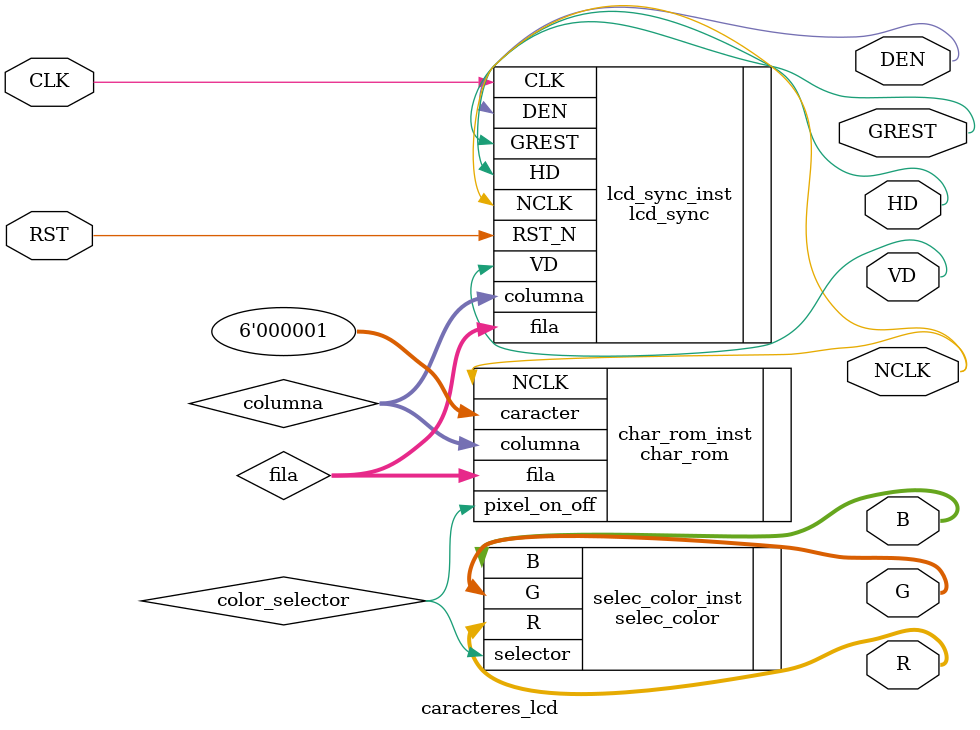
<source format=v>
module caracteres_lcd (
    CLK, RST, NCLK, GREST, HD, VD, DEN, R, G, B
);
    

input CLK, RST;
output NCLK, GREST, HD, VD, DEN;
output [7:0] R,G,B;

wire [9:0] fila;
wire [10:0] columna; 
wire color_selector;


lcd_sync lcd_sync_inst
(
	.CLK(CLK) ,	// input  CLK
	.RST_N(RST) ,	// input  RST_N
	.NCLK(NCLK) ,	// output  NCLK
	.GREST(GREST) ,	// output  GREST
	.HD(HD) ,	// output  HD
	.VD(VD) ,	// output  VD
	.DEN(DEN) ,	// output  DEN
	.fila(fila) ,	// output [9:0] fila
	.columna(columna) 	// output [10:0] columna
);



char_rom char_rom_inst
(
	.NCLK(NCLK) ,	// input  NCLK
	.fila(fila) ,	// input [9:0] fila
	.columna(columna) ,	// input [10:0] columna
	.caracter(6'o01) ,	// input [5:0] caracter
	.pixel_on_off(color_selector) 	// output  pixel_on_off
);



selec_color selec_color_inst
(
	.selector(color_selector) ,	// input  selector
	.R(R) ,	// output [7:0] R
	.G(G) ,	// output [7:0] G
	.B(B) 	// output [7:0] B
);






endmodule
</source>
